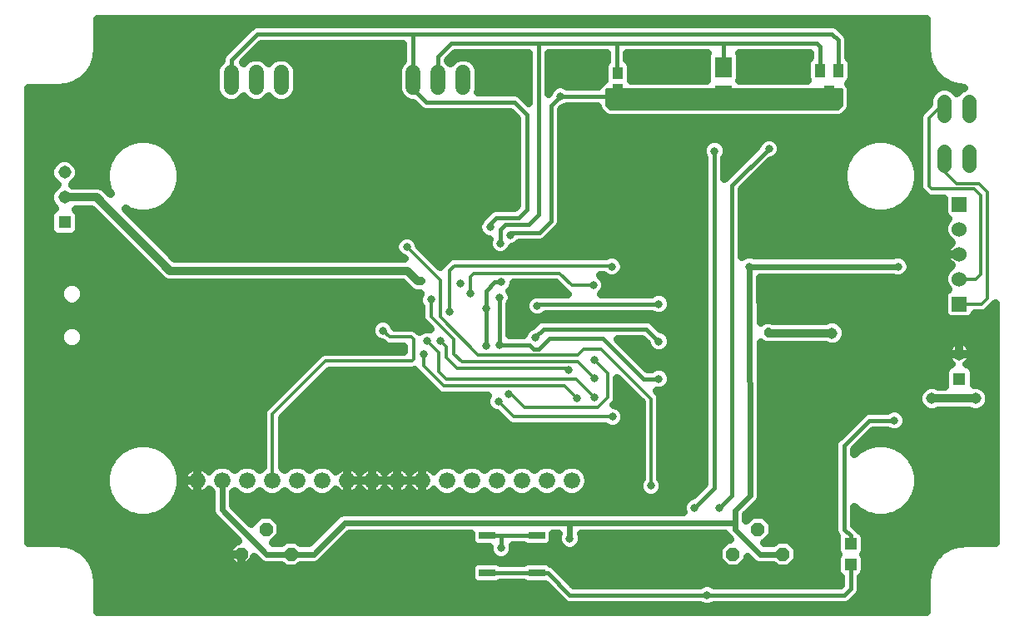
<source format=gbl>
G75*
G70*
%OFA0B0*%
%FSLAX24Y24*%
%IPPOS*%
%LPD*%
%AMOC8*
5,1,8,0,0,1.08239X$1,22.5*
%
%ADD10R,0.0600X0.0600*%
%ADD11C,0.0600*%
%ADD12R,0.0515X0.0515*%
%ADD13C,0.0515*%
%ADD14OC8,0.0520*%
%ADD15C,0.0660*%
%ADD16R,0.0394X0.0551*%
%ADD17R,0.0710X0.0800*%
%ADD18R,0.0433X0.0500*%
%ADD19R,0.0650X0.0300*%
%ADD20C,0.0560*%
%ADD21R,0.0472X0.0472*%
%ADD22C,0.0600*%
%ADD23C,0.0320*%
%ADD24C,0.0160*%
%ADD25C,0.0120*%
%ADD26C,0.0320*%
%ADD27C,0.0240*%
%ADD28C,0.0450*%
D10*
X043998Y016478D03*
X043998Y020478D03*
D11*
X043998Y019478D03*
X043998Y018478D03*
X043998Y017478D03*
D12*
X043998Y013478D03*
X008172Y019755D03*
D13*
X008172Y020755D03*
X008172Y021755D03*
X043998Y014478D03*
D14*
X035928Y007448D03*
X036928Y006448D03*
X034928Y006448D03*
X017243Y006448D03*
X016243Y007448D03*
X015243Y006448D03*
D15*
X015487Y009400D03*
X016487Y009400D03*
X017487Y009400D03*
X018487Y009400D03*
X019487Y009400D03*
X020487Y009400D03*
X021487Y009400D03*
X022487Y009400D03*
X023487Y009400D03*
X024487Y009400D03*
X025487Y009400D03*
X026487Y009400D03*
X027487Y009400D03*
X028487Y009400D03*
X014487Y009400D03*
X013487Y009400D03*
D16*
X038782Y024971D03*
X039156Y025837D03*
X038408Y025837D03*
D17*
X034550Y025964D03*
X034550Y024844D03*
D18*
X030317Y025070D03*
X030317Y025739D03*
D19*
X027085Y007198D03*
X025085Y007198D03*
X025085Y005698D03*
X027085Y005698D03*
D20*
X043400Y022030D02*
X043400Y022590D01*
X044400Y022590D02*
X044400Y022030D01*
X044400Y024030D02*
X044400Y024590D01*
X043400Y024590D02*
X043400Y024030D01*
D21*
X039649Y006861D03*
X039649Y006034D03*
D22*
X024132Y025163D02*
X024132Y025763D01*
X023132Y025763D02*
X023132Y025163D01*
X022132Y025163D02*
X022132Y025763D01*
X016849Y025763D02*
X016849Y025163D01*
X015849Y025163D02*
X015849Y025763D01*
X014849Y025763D02*
X014849Y025163D01*
D23*
X018400Y025310D03*
X022650Y022060D03*
X023900Y022060D03*
X023275Y020935D03*
X023887Y020041D03*
X024249Y020041D03*
X025212Y019553D03*
X025624Y018903D03*
X026012Y019241D03*
X028999Y019041D03*
X030087Y017978D03*
X029337Y017228D03*
X027712Y017003D03*
X027099Y016403D03*
X025587Y016728D03*
X025062Y016316D03*
X024412Y016891D03*
X024024Y017316D03*
X022837Y016654D03*
X022462Y017391D03*
X023587Y016166D03*
X023224Y015003D03*
X022699Y014991D03*
X022537Y014466D03*
X020924Y015416D03*
X019887Y015541D03*
X019387Y016541D03*
X019887Y017291D03*
X020775Y018560D03*
X021874Y018766D03*
X025662Y017353D03*
X027024Y015141D03*
X025587Y014828D03*
X025062Y014803D03*
X025962Y012853D03*
X025537Y012566D03*
X025199Y011703D03*
X024149Y011703D03*
X024124Y012603D03*
X028349Y013841D03*
X029387Y013491D03*
X029399Y014228D03*
X029387Y012729D03*
X028674Y012691D03*
X030112Y011953D03*
X031962Y013478D03*
X033124Y013191D03*
X033124Y012466D03*
X031962Y014978D03*
X029687Y015953D03*
X031962Y016478D03*
X035587Y017978D03*
X035624Y018954D03*
X035624Y019704D03*
X036900Y018810D03*
X038400Y018810D03*
X039400Y019810D03*
X039400Y020810D03*
X039400Y022310D03*
X036874Y021191D03*
X036374Y021704D03*
X036374Y022703D03*
X034199Y022616D03*
X030625Y021078D03*
X029624Y021079D03*
X028624Y021454D03*
X029400Y023310D03*
X028025Y024810D03*
X028400Y026310D03*
X025400Y026310D03*
X032400Y026310D03*
X036650Y026310D03*
X025999Y021579D03*
X036337Y015353D03*
X038525Y013310D03*
X039150Y013310D03*
X039775Y012185D03*
X040275Y012185D03*
X041400Y011810D03*
X036374Y008716D03*
X036874Y008203D03*
X037400Y007810D03*
X034400Y008310D03*
X033400Y008310D03*
X031650Y009185D03*
X031025Y009810D03*
X030400Y007185D03*
X028400Y007060D03*
X025650Y006685D03*
X025650Y006185D03*
X025400Y005060D03*
X026150Y005060D03*
X026900Y005060D03*
X029400Y005310D03*
X030400Y005310D03*
X032900Y005310D03*
X033900Y004810D03*
X018437Y011941D03*
X018449Y013029D03*
X010775Y015435D03*
X010525Y014935D03*
X012900Y018810D03*
X012900Y022560D03*
X041555Y017978D03*
X042650Y015310D03*
X043150Y015310D03*
D24*
X041400Y011810D02*
X040400Y011810D01*
X039400Y010810D01*
X039400Y007435D01*
X039650Y007185D01*
X039650Y006862D01*
X039649Y006861D01*
X039649Y006034D02*
X039649Y005059D01*
X039400Y004810D01*
X033900Y004810D01*
X028400Y004810D01*
X027512Y005698D01*
X027085Y005698D01*
X025085Y005698D01*
X025650Y006685D02*
X025650Y007198D01*
X027085Y007198D01*
X025650Y007198D02*
X025085Y007198D01*
X033400Y008310D02*
X034199Y009109D01*
X034199Y022616D01*
X034900Y021229D02*
X036374Y022703D01*
X034900Y021229D02*
X034900Y008810D01*
X034400Y008310D01*
X031962Y013478D02*
X031337Y013478D01*
X029712Y015103D01*
X027574Y015103D01*
X027137Y014666D01*
X026962Y014666D01*
X026799Y014828D01*
X025587Y014828D01*
X025587Y016728D01*
X025062Y017016D02*
X025062Y016316D01*
X025062Y014803D01*
X027024Y015166D02*
X027337Y015478D01*
X031462Y015478D01*
X031962Y014978D01*
X031962Y016478D02*
X027174Y016478D01*
X027099Y016403D01*
X025662Y017353D02*
X025399Y017353D01*
X025062Y017016D01*
X025624Y018903D02*
X025624Y019154D01*
X025624Y019466D01*
X025812Y019653D01*
X026744Y019653D01*
X027150Y020060D01*
X027150Y026935D01*
X030275Y026935D01*
X034525Y026935D01*
X034550Y026910D01*
X034550Y025964D01*
X034525Y026935D02*
X038275Y026935D01*
X038408Y026802D01*
X038408Y025837D01*
X039156Y025837D02*
X039156Y027054D01*
X038900Y027310D01*
X022120Y027310D01*
X022120Y025475D01*
X022132Y025463D01*
X022132Y025101D01*
X022120Y025089D01*
X022650Y024560D01*
X026174Y024560D01*
X026674Y024060D01*
X026674Y020253D01*
X026362Y019941D01*
X025449Y019941D01*
X025212Y019703D01*
X025212Y019553D01*
X026012Y019241D02*
X026099Y019328D01*
X027187Y019328D01*
X027187Y019347D01*
X027650Y019810D01*
X027650Y024435D01*
X028025Y024810D01*
X030275Y024810D01*
X030275Y025027D01*
X030317Y025070D01*
X030317Y025739D02*
X030317Y025767D01*
X030275Y025810D01*
X030275Y026935D01*
X030275Y025810D02*
X030275Y025781D01*
X030317Y025739D01*
X027150Y026935D02*
X023650Y026935D01*
X023120Y026405D01*
X023120Y025475D01*
X023132Y025463D01*
X022120Y027310D02*
X015900Y027310D01*
X014849Y026259D01*
X014849Y025463D01*
D25*
X021874Y018766D02*
X023212Y017429D01*
X023212Y015953D01*
X024724Y014441D01*
X028724Y014441D01*
X028949Y014666D01*
X029662Y014666D01*
X031650Y012678D01*
X031650Y009185D01*
X030112Y011953D02*
X026149Y011953D01*
X025537Y012566D01*
X025962Y012853D02*
X026049Y012853D01*
X026574Y012328D01*
X029512Y012328D01*
X029912Y012728D01*
X029912Y013716D01*
X029399Y014228D01*
X028724Y014153D02*
X029387Y013491D01*
X028649Y013466D02*
X029387Y012729D01*
X028674Y012691D02*
X028174Y013191D01*
X023337Y013191D01*
X022537Y013991D01*
X022537Y014466D01*
X022137Y014253D02*
X022074Y014191D01*
X018612Y014191D01*
X016487Y012066D01*
X016487Y009400D01*
X023149Y013778D02*
X023149Y014541D01*
X022699Y014991D01*
X023224Y015003D02*
X023462Y014766D01*
X023462Y014328D01*
X023887Y013903D01*
X028237Y013903D01*
X028349Y013841D01*
X028649Y013466D02*
X023462Y013466D01*
X023149Y013778D01*
X023749Y014478D02*
X023749Y015066D01*
X022837Y015978D01*
X022837Y016654D01*
X023587Y016166D02*
X023587Y017828D01*
X023774Y018016D01*
X030049Y018016D01*
X030087Y017978D01*
X029337Y017228D02*
X028474Y017228D01*
X027999Y017703D01*
X024537Y017703D01*
X024412Y017578D01*
X024412Y016891D01*
X023599Y016178D02*
X023587Y016166D01*
X022137Y015066D02*
X022137Y014253D01*
X022137Y015066D02*
X022049Y015153D01*
X021187Y015153D01*
X020924Y015416D01*
X020924Y015416D01*
X023749Y014478D02*
X024074Y014153D01*
X028724Y014153D01*
X027024Y015141D02*
X027024Y015166D01*
X030025Y024310D02*
X029900Y024435D01*
X029900Y025060D01*
X039275Y025060D01*
X039275Y024435D01*
X039150Y024310D01*
X030025Y024310D01*
X030017Y024318D02*
X039158Y024318D01*
X039275Y024436D02*
X029900Y024436D01*
X029900Y024555D02*
X039275Y024555D01*
X039275Y024673D02*
X029900Y024673D01*
X029900Y024792D02*
X039275Y024792D01*
X039275Y024910D02*
X029900Y024910D01*
X029900Y025029D02*
X039275Y025029D01*
X042775Y023935D02*
X042775Y021216D01*
X042900Y021091D01*
X044587Y021091D01*
X044837Y020841D01*
X044837Y017678D01*
X044637Y017478D01*
X043998Y017478D01*
X044899Y016478D02*
X045124Y016703D01*
X045124Y020953D01*
X044768Y021310D01*
X043900Y021310D01*
X043400Y021810D01*
X043400Y022310D01*
X042775Y023935D02*
X043150Y024310D01*
X043400Y024310D01*
X043998Y016478D02*
X044899Y016478D01*
D26*
X009476Y005333D02*
X009476Y004130D01*
X042694Y004130D01*
X042694Y005333D01*
X042690Y005344D01*
X042694Y005396D01*
X042694Y005448D01*
X042699Y005459D01*
X042704Y005535D01*
X042700Y005558D01*
X042709Y005598D01*
X042712Y005639D01*
X042722Y005660D01*
X042741Y005746D01*
X042740Y005770D01*
X042754Y005808D01*
X042763Y005848D01*
X042776Y005867D01*
X042807Y005949D01*
X042810Y005973D01*
X042829Y006009D01*
X042843Y006047D01*
X042859Y006064D01*
X042902Y006141D01*
X042907Y006164D01*
X042932Y006196D01*
X042951Y006232D01*
X042970Y006247D01*
X043022Y006318D01*
X043031Y006339D01*
X043060Y006368D01*
X043085Y006401D01*
X043105Y006413D01*
X043167Y006475D01*
X043179Y006495D01*
X043212Y006520D01*
X043241Y006548D01*
X043262Y006557D01*
X043333Y006610D01*
X043348Y006629D01*
X043383Y006648D01*
X043416Y006672D01*
X043439Y006678D01*
X043516Y006721D01*
X043533Y006736D01*
X043571Y006751D01*
X043607Y006770D01*
X043631Y006773D01*
X043713Y006804D01*
X043732Y006817D01*
X043772Y006826D01*
X043810Y006840D01*
X043834Y006839D01*
X043920Y006858D01*
X043941Y006868D01*
X043981Y006871D01*
X044021Y006880D01*
X044044Y006876D01*
X044121Y006881D01*
X044132Y006886D01*
X044184Y006886D01*
X044236Y006889D01*
X044247Y006886D01*
X045450Y006886D01*
X045450Y016497D01*
X045446Y016488D01*
X045221Y016263D01*
X045114Y016156D01*
X044975Y016098D01*
X044612Y016098D01*
X044570Y015997D01*
X044480Y015907D01*
X044362Y015858D01*
X043635Y015858D01*
X043517Y015907D01*
X043427Y015997D01*
X043378Y016115D01*
X043378Y016842D01*
X043427Y016960D01*
X043517Y017050D01*
X043541Y017059D01*
X043473Y017127D01*
X043378Y017355D01*
X043378Y017602D01*
X043473Y017830D01*
X043647Y018004D01*
X043680Y018018D01*
X043634Y018051D01*
X043571Y018114D01*
X043519Y018185D01*
X043479Y018263D01*
X043452Y018347D01*
X043438Y018434D01*
X043438Y018478D01*
X043998Y018478D01*
X043998Y018479D01*
X043438Y018479D01*
X043438Y018523D01*
X043452Y018610D01*
X043479Y018693D01*
X043519Y018772D01*
X043571Y018843D01*
X043634Y018906D01*
X043680Y018939D01*
X043647Y018953D01*
X043473Y019127D01*
X043378Y019355D01*
X043378Y019602D01*
X043473Y019830D01*
X043541Y019897D01*
X043517Y019907D01*
X043427Y019997D01*
X043378Y020115D01*
X043378Y020711D01*
X042976Y020711D01*
X042824Y020711D01*
X042685Y020769D01*
X042453Y021001D01*
X042395Y021140D01*
X042395Y021292D01*
X042395Y024010D01*
X042453Y024150D01*
X042560Y024257D01*
X042800Y024497D01*
X042800Y024709D01*
X042891Y024930D01*
X043060Y025098D01*
X043281Y025190D01*
X043519Y025190D01*
X043740Y025098D01*
X043900Y024938D01*
X044060Y025098D01*
X044169Y025143D01*
X044132Y025143D01*
X044121Y025148D01*
X044044Y025153D01*
X044021Y025149D01*
X043981Y025158D01*
X043941Y025161D01*
X043920Y025171D01*
X043834Y025190D01*
X043810Y025189D01*
X043772Y025203D01*
X043732Y025212D01*
X043713Y025225D01*
X043631Y025256D01*
X043607Y025259D01*
X043571Y025278D01*
X043533Y025292D01*
X043516Y025308D01*
X043439Y025351D01*
X043416Y025356D01*
X043383Y025381D01*
X043348Y025400D01*
X043333Y025419D01*
X043262Y025472D01*
X043241Y025481D01*
X043212Y025509D01*
X043179Y025534D01*
X043167Y025554D01*
X043105Y025616D01*
X043085Y025628D01*
X043060Y025661D01*
X043031Y025690D01*
X043022Y025711D01*
X042970Y025782D01*
X042951Y025797D01*
X042932Y025833D01*
X042907Y025865D01*
X042902Y025888D01*
X042859Y025965D01*
X042843Y025982D01*
X042829Y026020D01*
X042810Y026056D01*
X042807Y026080D01*
X042776Y026162D01*
X042763Y026181D01*
X042754Y026221D01*
X042740Y026259D01*
X042741Y026283D01*
X042722Y026369D01*
X042712Y026390D01*
X042709Y026431D01*
X042700Y026470D01*
X042704Y026494D01*
X042699Y026570D01*
X042694Y026581D01*
X042694Y026633D01*
X042690Y026685D01*
X042694Y026696D01*
X042694Y027899D01*
X009476Y027899D01*
X009476Y026696D01*
X009480Y026685D01*
X009476Y026633D01*
X009476Y026581D01*
X009471Y026570D01*
X009466Y026494D01*
X009470Y026470D01*
X009461Y026431D01*
X009459Y026390D01*
X009448Y026369D01*
X009429Y026283D01*
X009430Y026259D01*
X009416Y026221D01*
X009407Y026181D01*
X009394Y026162D01*
X009363Y026080D01*
X009361Y026056D01*
X009341Y026020D01*
X009327Y025982D01*
X009311Y025965D01*
X009268Y025888D01*
X009263Y025865D01*
X009238Y025833D01*
X009219Y025797D01*
X009200Y025782D01*
X009148Y025711D01*
X009139Y025690D01*
X009110Y025661D01*
X009085Y025628D01*
X009065Y025616D01*
X009003Y025554D01*
X008991Y025534D01*
X008958Y025509D01*
X008930Y025481D01*
X008908Y025472D01*
X008837Y025419D01*
X008823Y025400D01*
X008787Y025381D01*
X008754Y025356D01*
X008731Y025351D01*
X008654Y025308D01*
X008637Y025292D01*
X008599Y025278D01*
X008563Y025259D01*
X008539Y025256D01*
X008457Y025225D01*
X008438Y025212D01*
X008398Y025203D01*
X008360Y025189D01*
X008336Y025190D01*
X008250Y025171D01*
X008229Y025161D01*
X008189Y025158D01*
X008149Y025149D01*
X008126Y025153D01*
X008049Y025148D01*
X008038Y025143D01*
X007986Y025143D01*
X007934Y025140D01*
X007923Y025143D01*
X006720Y025143D01*
X006720Y006886D01*
X007923Y006886D01*
X007934Y006889D01*
X007986Y006886D01*
X008038Y006886D01*
X008049Y006881D01*
X008126Y006876D01*
X008149Y006880D01*
X008189Y006871D01*
X008229Y006868D01*
X008250Y006858D01*
X008336Y006839D01*
X008360Y006840D01*
X008398Y006826D01*
X008438Y006817D01*
X008457Y006804D01*
X008539Y006773D01*
X008563Y006770D01*
X008599Y006751D01*
X008637Y006736D01*
X008654Y006721D01*
X008731Y006678D01*
X008754Y006672D01*
X008787Y006648D01*
X008823Y006629D01*
X008837Y006610D01*
X008908Y006557D01*
X008930Y006548D01*
X008958Y006520D01*
X008991Y006495D01*
X009003Y006475D01*
X009065Y006413D01*
X009085Y006401D01*
X009110Y006368D01*
X009139Y006339D01*
X009148Y006318D01*
X009200Y006247D01*
X009219Y006232D01*
X009238Y006196D01*
X009263Y006164D01*
X009268Y006141D01*
X009311Y006064D01*
X009327Y006047D01*
X009341Y006009D01*
X009361Y005973D01*
X009363Y005949D01*
X009394Y005867D01*
X009407Y005848D01*
X009416Y005807D01*
X009430Y005770D01*
X009429Y005746D01*
X009448Y005660D01*
X009459Y005639D01*
X009461Y005598D01*
X009470Y005558D01*
X009466Y005535D01*
X009471Y005459D01*
X009476Y005448D01*
X009476Y005396D01*
X009480Y005344D01*
X009476Y005333D01*
X009476Y005402D02*
X024474Y005402D01*
X024489Y005366D02*
X024440Y005484D01*
X024440Y005911D01*
X024489Y006029D01*
X024579Y006119D01*
X024696Y006168D01*
X025474Y006168D01*
X025591Y006119D01*
X025613Y006098D01*
X026557Y006098D01*
X026579Y006119D01*
X026696Y006168D01*
X027474Y006168D01*
X027591Y006119D01*
X027627Y006083D01*
X027739Y006037D01*
X028566Y005210D01*
X033621Y005210D01*
X033628Y005217D01*
X033804Y005290D01*
X033995Y005290D01*
X034172Y005217D01*
X034179Y005210D01*
X039234Y005210D01*
X039249Y005225D01*
X039249Y005519D01*
X039232Y005527D01*
X039142Y005617D01*
X039093Y005734D01*
X039093Y006334D01*
X039140Y006448D01*
X039093Y006561D01*
X039093Y007161D01*
X039098Y007171D01*
X039061Y007208D01*
X039000Y007355D01*
X039000Y007514D01*
X039000Y010889D01*
X039061Y011036D01*
X039173Y011149D01*
X040173Y012149D01*
X040320Y012210D01*
X040480Y012210D01*
X041121Y012210D01*
X041128Y012217D01*
X041304Y012290D01*
X041495Y012290D01*
X041672Y012217D01*
X041807Y012082D01*
X041880Y011905D01*
X041880Y011714D01*
X041807Y011538D01*
X041672Y011403D01*
X041495Y011330D01*
X041304Y011330D01*
X041128Y011403D01*
X041121Y011410D01*
X040566Y011410D01*
X039800Y010644D01*
X039800Y010474D01*
X039927Y010601D01*
X040269Y010799D01*
X040651Y010901D01*
X041046Y010901D01*
X041428Y010799D01*
X041771Y010601D01*
X042050Y010322D01*
X042248Y009980D01*
X042350Y009598D01*
X042350Y009203D01*
X042248Y008821D01*
X042050Y008479D01*
X041771Y008199D01*
X041428Y008001D01*
X041046Y007899D01*
X040651Y007899D01*
X040269Y008001D01*
X039927Y008199D01*
X039800Y008326D01*
X039800Y007600D01*
X039877Y007524D01*
X039989Y007411D01*
X039994Y007398D01*
X040067Y007368D01*
X040157Y007278D01*
X040206Y007161D01*
X040206Y006561D01*
X040159Y006448D01*
X040206Y006334D01*
X040206Y005734D01*
X040157Y005617D01*
X040067Y005527D01*
X040049Y005519D01*
X040049Y005139D01*
X040049Y004980D01*
X039988Y004833D01*
X039739Y004583D01*
X039627Y004471D01*
X039480Y004410D01*
X034179Y004410D01*
X034172Y004403D01*
X033995Y004330D01*
X033804Y004330D01*
X033628Y004403D01*
X033621Y004410D01*
X028480Y004410D01*
X028320Y004410D01*
X028173Y004471D01*
X027416Y005228D01*
X026696Y005228D01*
X026579Y005276D01*
X026557Y005298D01*
X025613Y005298D01*
X025591Y005276D01*
X025474Y005228D01*
X024696Y005228D01*
X024579Y005276D01*
X024489Y005366D01*
X024440Y005721D02*
X009435Y005721D01*
X009329Y006040D02*
X014915Y006040D01*
X015027Y005928D02*
X015242Y005928D01*
X015242Y006447D01*
X015243Y006447D01*
X015243Y005928D01*
X015458Y005928D01*
X015762Y006232D01*
X015762Y006325D01*
X016013Y006075D01*
X016175Y006008D01*
X016350Y006008D01*
X016862Y006008D01*
X017002Y005868D01*
X017483Y005868D01*
X017623Y006008D01*
X018057Y006008D01*
X018232Y006008D01*
X018393Y006075D01*
X019582Y007263D01*
X024440Y007263D01*
X024440Y006984D01*
X024489Y006866D01*
X024579Y006776D01*
X024696Y006728D01*
X025170Y006728D01*
X025170Y006589D01*
X025243Y006413D01*
X025378Y006278D01*
X025554Y006205D01*
X025745Y006205D01*
X025922Y006278D01*
X026057Y006413D01*
X026130Y006589D01*
X026130Y006780D01*
X026123Y006798D01*
X026557Y006798D01*
X026579Y006776D01*
X026696Y006728D01*
X027474Y006728D01*
X027591Y006776D01*
X027681Y006866D01*
X027730Y006984D01*
X027730Y007263D01*
X027960Y007263D01*
X027960Y007252D01*
X027920Y007155D01*
X027920Y006964D01*
X027993Y006788D01*
X028128Y006653D01*
X028304Y006580D01*
X028495Y006580D01*
X028672Y006653D01*
X028807Y006788D01*
X028880Y006964D01*
X028880Y007155D01*
X028840Y007252D01*
X028840Y007263D01*
X034620Y007263D01*
X034652Y007186D01*
X034776Y007062D01*
X034810Y007028D01*
X034687Y007028D01*
X034348Y006688D01*
X034348Y006207D01*
X034687Y005868D01*
X035168Y005868D01*
X035508Y006207D01*
X035508Y006330D01*
X035763Y006075D01*
X035925Y006008D01*
X036100Y006008D01*
X036547Y006008D01*
X036687Y005868D01*
X037168Y005868D01*
X037508Y006207D01*
X037508Y006688D01*
X037168Y007028D01*
X036687Y007028D01*
X036547Y006888D01*
X036194Y006888D01*
X036191Y006891D01*
X036508Y007207D01*
X036508Y007688D01*
X036168Y008028D01*
X035687Y008028D01*
X035466Y007806D01*
X035466Y008021D01*
X035872Y008428D01*
X035873Y008428D01*
X035934Y008489D01*
X035996Y008551D01*
X035996Y008552D01*
X035997Y008552D01*
X036029Y008633D01*
X036063Y008713D01*
X036063Y008714D01*
X036063Y008807D01*
X036063Y008888D01*
X036062Y008888D01*
X036039Y014929D01*
X036065Y014903D01*
X036241Y014830D01*
X036432Y014830D01*
X038635Y014830D01*
X038792Y014765D01*
X039008Y014765D01*
X039209Y014848D01*
X039362Y015001D01*
X039445Y015201D01*
X039445Y015418D01*
X039362Y015618D01*
X039209Y015772D01*
X039008Y015855D01*
X038792Y015855D01*
X038635Y015790D01*
X036538Y015790D01*
X036432Y015833D01*
X036241Y015833D01*
X036065Y015760D01*
X036036Y015731D01*
X036029Y017538D01*
X041363Y017538D01*
X041460Y017498D01*
X041651Y017498D01*
X041827Y017572D01*
X041962Y017707D01*
X042035Y017883D01*
X042035Y018074D01*
X041962Y018250D01*
X041827Y018385D01*
X041651Y018458D01*
X041460Y018458D01*
X041363Y018418D01*
X035779Y018418D01*
X035682Y018458D01*
X035491Y018458D01*
X035315Y018385D01*
X035300Y018370D01*
X035300Y021063D01*
X036460Y022223D01*
X036470Y022223D01*
X036646Y022297D01*
X036781Y022432D01*
X036854Y022608D01*
X036854Y022799D01*
X036781Y022975D01*
X036646Y023110D01*
X036470Y023183D01*
X036279Y023183D01*
X036102Y023110D01*
X035967Y022975D01*
X035894Y022799D01*
X035894Y022789D01*
X034599Y021494D01*
X034599Y022337D01*
X034606Y022344D01*
X034679Y022520D01*
X034679Y022711D01*
X034606Y022888D01*
X034471Y023023D01*
X034295Y023096D01*
X034104Y023096D01*
X033927Y023023D01*
X033792Y022888D01*
X033719Y022711D01*
X033719Y022520D01*
X033792Y022344D01*
X033799Y022337D01*
X033799Y009275D01*
X033314Y008790D01*
X033304Y008790D01*
X033128Y008717D01*
X032993Y008582D01*
X032920Y008405D01*
X032920Y008214D01*
X032949Y008143D01*
X028312Y008143D01*
X019312Y008143D01*
X019151Y008076D01*
X019027Y007953D01*
X019027Y007953D01*
X017962Y006888D01*
X017623Y006888D01*
X017483Y007028D01*
X017002Y007028D01*
X016862Y006888D01*
X016503Y006888D01*
X016822Y007207D01*
X016822Y007688D01*
X016483Y008028D01*
X016002Y008028D01*
X015663Y007688D01*
X015663Y007669D01*
X014927Y008405D01*
X014927Y008921D01*
X014987Y008981D01*
X015118Y008849D01*
X015357Y008750D01*
X015616Y008750D01*
X015855Y008849D01*
X015987Y008981D01*
X016118Y008849D01*
X016357Y008750D01*
X016616Y008750D01*
X016855Y008849D01*
X016987Y008981D01*
X017118Y008849D01*
X017357Y008750D01*
X017616Y008750D01*
X017855Y008849D01*
X017987Y008981D01*
X018118Y008849D01*
X018357Y008750D01*
X018616Y008750D01*
X018855Y008849D01*
X019030Y009025D01*
X019037Y009016D01*
X019102Y008950D01*
X019177Y008896D01*
X019260Y008854D01*
X019348Y008825D01*
X019440Y008810D01*
X019486Y008810D01*
X019486Y009400D01*
X019487Y009400D01*
X019487Y009400D01*
X019897Y009400D01*
X020486Y009400D01*
X020486Y009400D01*
X020487Y009400D01*
X020487Y009400D01*
X020897Y009400D01*
X021486Y009400D01*
X021486Y009400D01*
X021487Y009400D01*
X021487Y009400D01*
X021897Y009400D01*
X022486Y009400D01*
X022486Y009400D01*
X022487Y009400D01*
X022487Y008810D01*
X022533Y008810D01*
X022625Y008825D01*
X022713Y008854D01*
X022796Y008896D01*
X022871Y008950D01*
X022937Y009016D01*
X022943Y009025D01*
X023118Y008849D01*
X023357Y008750D01*
X023616Y008750D01*
X023855Y008849D01*
X023987Y008981D01*
X024118Y008849D01*
X024357Y008750D01*
X024616Y008750D01*
X024855Y008849D01*
X024987Y008981D01*
X025118Y008849D01*
X025357Y008750D01*
X025616Y008750D01*
X025855Y008849D01*
X025987Y008981D01*
X026118Y008849D01*
X026357Y008750D01*
X026616Y008750D01*
X026855Y008849D01*
X026987Y008981D01*
X027118Y008849D01*
X027357Y008750D01*
X027616Y008750D01*
X027855Y008849D01*
X027987Y008981D01*
X028118Y008849D01*
X028357Y008750D01*
X028616Y008750D01*
X028855Y008849D01*
X029038Y009032D01*
X029137Y009271D01*
X029137Y009530D01*
X029038Y009769D01*
X028855Y009951D01*
X028616Y010050D01*
X028357Y010050D01*
X028118Y009951D01*
X027987Y009820D01*
X027855Y009951D01*
X027616Y010050D01*
X027357Y010050D01*
X027118Y009951D01*
X026987Y009820D01*
X026855Y009951D01*
X026616Y010050D01*
X026357Y010050D01*
X026118Y009951D01*
X025987Y009820D01*
X025855Y009951D01*
X025616Y010050D01*
X025357Y010050D01*
X025118Y009951D01*
X024987Y009820D01*
X024855Y009951D01*
X024616Y010050D01*
X024357Y010050D01*
X024118Y009951D01*
X023987Y009820D01*
X023855Y009951D01*
X023616Y010050D01*
X023357Y010050D01*
X023118Y009951D01*
X022943Y009776D01*
X022937Y009785D01*
X022871Y009850D01*
X022796Y009905D01*
X022713Y009947D01*
X022625Y009976D01*
X022533Y009990D01*
X022487Y009990D01*
X022487Y009401D01*
X022486Y009401D01*
X022486Y009990D01*
X022440Y009990D01*
X022348Y009976D01*
X022260Y009947D01*
X022177Y009905D01*
X022102Y009850D01*
X022037Y009785D01*
X021987Y009716D01*
X021937Y009785D01*
X021871Y009850D01*
X021796Y009905D01*
X021713Y009947D01*
X021625Y009976D01*
X021533Y009990D01*
X021487Y009990D01*
X021487Y009401D01*
X021486Y009401D01*
X021486Y009990D01*
X021440Y009990D01*
X021348Y009976D01*
X021260Y009947D01*
X021177Y009905D01*
X021102Y009850D01*
X021037Y009785D01*
X020987Y009716D01*
X020937Y009785D01*
X020871Y009850D01*
X020796Y009905D01*
X020713Y009947D01*
X020625Y009976D01*
X020533Y009990D01*
X020487Y009990D01*
X020487Y009401D01*
X020486Y009401D01*
X020486Y009990D01*
X020440Y009990D01*
X020348Y009976D01*
X020260Y009947D01*
X020177Y009905D01*
X020102Y009850D01*
X020037Y009785D01*
X019987Y009716D01*
X019937Y009785D01*
X019871Y009850D01*
X019796Y009905D01*
X019713Y009947D01*
X019625Y009976D01*
X019533Y009990D01*
X019487Y009990D01*
X019487Y009401D01*
X019486Y009401D01*
X019486Y009990D01*
X019440Y009990D01*
X019348Y009976D01*
X019260Y009947D01*
X019177Y009905D01*
X019102Y009850D01*
X019037Y009785D01*
X019030Y009776D01*
X018855Y009951D01*
X018616Y010050D01*
X018357Y010050D01*
X018118Y009951D01*
X017987Y009820D01*
X017855Y009951D01*
X017616Y010050D01*
X017357Y010050D01*
X017118Y009951D01*
X016987Y009820D01*
X016867Y009940D01*
X016867Y011908D01*
X018769Y013811D01*
X022150Y013811D01*
X022193Y013829D01*
X022215Y013776D01*
X022322Y013669D01*
X023122Y012869D01*
X023261Y012811D01*
X023412Y012811D01*
X025119Y012811D01*
X025057Y012661D01*
X025057Y012470D01*
X025130Y012294D01*
X025265Y012159D01*
X025441Y012086D01*
X025479Y012086D01*
X025827Y011738D01*
X025934Y011631D01*
X026074Y011573D01*
X029813Y011573D01*
X029840Y011547D01*
X030016Y011473D01*
X030207Y011473D01*
X030384Y011547D01*
X030519Y011682D01*
X030592Y011858D01*
X030592Y012049D01*
X030519Y012225D01*
X030384Y012360D01*
X030207Y012433D01*
X030154Y012433D01*
X030234Y012513D01*
X030292Y012653D01*
X030292Y013499D01*
X031270Y012520D01*
X031270Y009484D01*
X031243Y009457D01*
X031170Y009280D01*
X031170Y009089D01*
X031243Y008913D01*
X031378Y008778D01*
X031554Y008705D01*
X031745Y008705D01*
X031922Y008778D01*
X032057Y008913D01*
X032130Y009089D01*
X032130Y009280D01*
X032057Y009457D01*
X032030Y009484D01*
X032030Y012602D01*
X032030Y012753D01*
X031972Y012893D01*
X031867Y012998D01*
X032057Y012998D01*
X032234Y013072D01*
X032369Y013207D01*
X032442Y013383D01*
X032442Y013574D01*
X032369Y013750D01*
X032234Y013885D01*
X032057Y013958D01*
X031866Y013958D01*
X031690Y013885D01*
X031683Y013878D01*
X031503Y013878D01*
X030303Y015078D01*
X031296Y015078D01*
X031482Y014893D01*
X031482Y014883D01*
X031555Y014707D01*
X031690Y014572D01*
X031866Y014498D01*
X032057Y014498D01*
X032234Y014572D01*
X032369Y014707D01*
X032442Y014883D01*
X032442Y015074D01*
X032369Y015250D01*
X032234Y015385D01*
X032057Y015458D01*
X032048Y015458D01*
X031688Y015818D01*
X031541Y015878D01*
X031382Y015878D01*
X027257Y015878D01*
X027110Y015818D01*
X026998Y015705D01*
X026903Y015610D01*
X026752Y015548D01*
X026617Y015413D01*
X026544Y015236D01*
X026544Y015228D01*
X025987Y015228D01*
X025987Y016450D01*
X025994Y016457D01*
X026067Y016633D01*
X026067Y016824D01*
X025994Y017000D01*
X025991Y017003D01*
X026069Y017082D01*
X026142Y017258D01*
X026142Y017323D01*
X027842Y017323D01*
X028259Y016906D01*
X028326Y016878D01*
X027254Y016878D01*
X027207Y016878D01*
X027195Y016883D01*
X027004Y016883D01*
X026827Y016810D01*
X026692Y016675D01*
X026619Y016499D01*
X026619Y016308D01*
X026692Y016132D01*
X026827Y015997D01*
X027004Y015923D01*
X027195Y015923D01*
X027371Y015997D01*
X027453Y016078D01*
X031683Y016078D01*
X031690Y016072D01*
X031866Y015998D01*
X032057Y015998D01*
X032234Y016072D01*
X032369Y016207D01*
X032442Y016383D01*
X032442Y016574D01*
X032369Y016750D01*
X032234Y016885D01*
X032057Y016958D01*
X031866Y016958D01*
X031690Y016885D01*
X031683Y016878D01*
X029666Y016878D01*
X029744Y016957D01*
X029817Y017133D01*
X029817Y017324D01*
X029744Y017500D01*
X029609Y017635D01*
X029607Y017636D01*
X029751Y017636D01*
X029815Y017572D01*
X029991Y017498D01*
X030182Y017498D01*
X030359Y017572D01*
X030494Y017707D01*
X030567Y017883D01*
X030567Y018074D01*
X030494Y018250D01*
X030359Y018385D01*
X030182Y018458D01*
X029991Y018458D01*
X029841Y018396D01*
X023699Y018396D01*
X023559Y018338D01*
X023452Y018231D01*
X023372Y018151D01*
X023372Y018151D01*
X023265Y018044D01*
X023226Y017951D01*
X022354Y018823D01*
X022354Y018861D01*
X022281Y019038D01*
X022146Y019173D01*
X021970Y019246D01*
X021779Y019246D01*
X021602Y019173D01*
X021467Y019038D01*
X021394Y018861D01*
X021394Y018670D01*
X021467Y018494D01*
X021602Y018359D01*
X021770Y018290D01*
X012599Y018290D01*
X010601Y020288D01*
X010742Y020206D01*
X011124Y020104D01*
X011519Y020104D01*
X011901Y020206D01*
X012243Y020404D01*
X012522Y020683D01*
X012720Y021026D01*
X012822Y021407D01*
X012822Y021803D01*
X012720Y022184D01*
X012522Y022527D01*
X012243Y022806D01*
X011901Y023004D01*
X011519Y023106D01*
X011124Y023106D01*
X010742Y023004D01*
X010400Y022806D01*
X010120Y022527D01*
X009922Y022184D01*
X009820Y021803D01*
X009820Y021407D01*
X009922Y021026D01*
X010004Y020885D01*
X009727Y021162D01*
X009551Y021235D01*
X009360Y021235D01*
X008508Y021235D01*
X008499Y021244D01*
X008473Y021255D01*
X008499Y021265D01*
X008661Y021428D01*
X008749Y021640D01*
X008749Y021869D01*
X008661Y022082D01*
X008499Y022244D01*
X008286Y022332D01*
X008057Y022332D01*
X007845Y022244D01*
X007682Y022082D01*
X007594Y021869D01*
X007594Y021640D01*
X007682Y021428D01*
X007845Y021265D01*
X007870Y021255D01*
X007845Y021244D01*
X007682Y021082D01*
X007594Y020869D01*
X007594Y020640D01*
X007682Y020428D01*
X007799Y020311D01*
X007733Y020283D01*
X007643Y020193D01*
X007594Y020076D01*
X007594Y019433D01*
X007643Y019316D01*
X007733Y019226D01*
X007850Y019177D01*
X008493Y019177D01*
X008610Y019226D01*
X008700Y019316D01*
X008749Y019433D01*
X008749Y020076D01*
X008700Y020193D01*
X008619Y020275D01*
X009256Y020275D01*
X012128Y017403D01*
X012304Y017330D01*
X012495Y017330D01*
X021701Y017330D01*
X022047Y016984D01*
X022223Y016911D01*
X022366Y016911D01*
X022424Y016911D01*
X022357Y016749D01*
X022357Y016558D01*
X022430Y016382D01*
X022457Y016355D01*
X022457Y015903D01*
X022515Y015763D01*
X022622Y015656D01*
X022816Y015462D01*
X022795Y015471D01*
X022604Y015471D01*
X022427Y015398D01*
X022385Y015355D01*
X022352Y015388D01*
X022265Y015476D01*
X022125Y015533D01*
X021974Y015533D01*
X021395Y015533D01*
X021331Y015688D01*
X021196Y015823D01*
X021020Y015896D01*
X020829Y015896D01*
X020652Y015823D01*
X020517Y015688D01*
X020444Y015511D01*
X020444Y015320D01*
X020517Y015144D01*
X020652Y015009D01*
X020829Y014936D01*
X020867Y014936D01*
X020972Y014831D01*
X021111Y014773D01*
X021757Y014773D01*
X021757Y014571D01*
X018688Y014571D01*
X018536Y014571D01*
X018397Y014513D01*
X016164Y012281D01*
X016107Y012141D01*
X016107Y011990D01*
X016107Y009940D01*
X015987Y009820D01*
X015855Y009951D01*
X015616Y010050D01*
X015357Y010050D01*
X015118Y009951D01*
X014987Y009820D01*
X014855Y009951D01*
X014616Y010050D01*
X014357Y010050D01*
X014118Y009951D01*
X013943Y009776D01*
X013937Y009785D01*
X013871Y009850D01*
X013796Y009905D01*
X013713Y009947D01*
X013625Y009976D01*
X013533Y009990D01*
X013487Y009990D01*
X013487Y009401D01*
X013486Y009401D01*
X013486Y009990D01*
X013440Y009990D01*
X013348Y009976D01*
X013260Y009947D01*
X013177Y009905D01*
X013102Y009850D01*
X013037Y009785D01*
X012982Y009710D01*
X012940Y009627D01*
X012911Y009538D01*
X012897Y009447D01*
X012897Y009400D01*
X012897Y009354D01*
X012911Y009262D01*
X012940Y009174D01*
X012982Y009091D01*
X013037Y009016D01*
X013102Y008950D01*
X013177Y008896D01*
X013260Y008854D01*
X013348Y008825D01*
X013440Y008810D01*
X013486Y008810D01*
X013486Y009400D01*
X012897Y009400D01*
X013486Y009400D01*
X013486Y009400D01*
X013487Y009400D01*
X013487Y008810D01*
X013533Y008810D01*
X013625Y008825D01*
X013713Y008854D01*
X013796Y008896D01*
X013871Y008950D01*
X013937Y009016D01*
X013943Y009025D01*
X014047Y008921D01*
X014047Y008311D01*
X014047Y008136D01*
X014114Y007974D01*
X015120Y006968D01*
X015027Y006968D01*
X014723Y006663D01*
X014723Y006448D01*
X015242Y006448D01*
X015242Y006447D01*
X014723Y006447D01*
X014723Y006232D01*
X015027Y005928D01*
X015242Y006040D02*
X015243Y006040D01*
X015242Y006358D02*
X015243Y006358D01*
X015570Y006040D02*
X016097Y006040D01*
X016610Y006995D02*
X016970Y006995D01*
X016822Y007314D02*
X018388Y007314D01*
X018707Y007632D02*
X016822Y007632D01*
X016559Y007951D02*
X019025Y007951D01*
X018912Y008906D02*
X019163Y008906D01*
X019486Y008906D02*
X019487Y008906D01*
X019487Y008810D02*
X019533Y008810D01*
X019625Y008825D01*
X019713Y008854D01*
X019796Y008896D01*
X019871Y008950D01*
X019937Y009016D01*
X019987Y009085D01*
X020037Y009016D01*
X020102Y008950D01*
X020177Y008896D01*
X020260Y008854D01*
X020348Y008825D01*
X020440Y008810D01*
X020486Y008810D01*
X020486Y009400D01*
X019897Y009400D01*
X019487Y009400D01*
X019487Y008810D01*
X019811Y008906D02*
X020163Y008906D01*
X020486Y008906D02*
X020487Y008906D01*
X020487Y008810D02*
X020533Y008810D01*
X020625Y008825D01*
X020713Y008854D01*
X020796Y008896D01*
X020871Y008950D01*
X020937Y009016D01*
X020987Y009085D01*
X021037Y009016D01*
X021102Y008950D01*
X021177Y008896D01*
X021260Y008854D01*
X021348Y008825D01*
X021440Y008810D01*
X021486Y008810D01*
X021486Y009400D01*
X020897Y009400D01*
X020487Y009400D01*
X020487Y008810D01*
X020811Y008906D02*
X021163Y008906D01*
X021486Y008906D02*
X021487Y008906D01*
X021487Y008810D02*
X021533Y008810D01*
X021625Y008825D01*
X021713Y008854D01*
X021796Y008896D01*
X021871Y008950D01*
X021937Y009016D01*
X021987Y009085D01*
X022037Y009016D01*
X022102Y008950D01*
X022177Y008896D01*
X022260Y008854D01*
X022348Y008825D01*
X022440Y008810D01*
X022486Y008810D01*
X022486Y009400D01*
X021897Y009400D01*
X021487Y009400D01*
X021487Y008810D01*
X021811Y008906D02*
X022163Y008906D01*
X022486Y008906D02*
X022487Y008906D01*
X022486Y009225D02*
X022487Y009225D01*
X022486Y009544D02*
X022487Y009544D01*
X022486Y009862D02*
X022487Y009862D01*
X022855Y009862D02*
X023029Y009862D01*
X023944Y009862D02*
X024029Y009862D01*
X024944Y009862D02*
X025029Y009862D01*
X025944Y009862D02*
X026029Y009862D01*
X026944Y009862D02*
X027029Y009862D01*
X027944Y009862D02*
X028029Y009862D01*
X028944Y009862D02*
X031270Y009862D01*
X031270Y009544D02*
X029131Y009544D01*
X029118Y009225D02*
X031170Y009225D01*
X031249Y008906D02*
X028912Y008906D01*
X028061Y008906D02*
X027912Y008906D01*
X027061Y008906D02*
X026912Y008906D01*
X026061Y008906D02*
X025912Y008906D01*
X025061Y008906D02*
X024912Y008906D01*
X024061Y008906D02*
X023912Y008906D01*
X023061Y008906D02*
X022811Y008906D01*
X021487Y009225D02*
X021486Y009225D01*
X021486Y009544D02*
X021487Y009544D01*
X021486Y009862D02*
X021487Y009862D01*
X021855Y009862D02*
X022118Y009862D01*
X021118Y009862D02*
X020855Y009862D01*
X020487Y009862D02*
X020486Y009862D01*
X020486Y009544D02*
X020487Y009544D01*
X020486Y009225D02*
X020487Y009225D01*
X020118Y009862D02*
X019855Y009862D01*
X019487Y009862D02*
X019486Y009862D01*
X019486Y009544D02*
X019487Y009544D01*
X019486Y009225D02*
X019487Y009225D01*
X019118Y009862D02*
X018944Y009862D01*
X018029Y009862D02*
X017944Y009862D01*
X017029Y009862D02*
X016944Y009862D01*
X016867Y010181D02*
X031270Y010181D01*
X031270Y010499D02*
X016867Y010499D01*
X016867Y010818D02*
X031270Y010818D01*
X031270Y011136D02*
X016867Y011136D01*
X016867Y011455D02*
X031270Y011455D01*
X031270Y011773D02*
X030557Y011773D01*
X030574Y012092D02*
X031270Y012092D01*
X031270Y012410D02*
X030263Y012410D01*
X030292Y012729D02*
X031061Y012729D01*
X030743Y013048D02*
X030292Y013048D01*
X030292Y013366D02*
X030424Y013366D01*
X031378Y014003D02*
X033799Y014003D01*
X033799Y013685D02*
X032396Y013685D01*
X032435Y013366D02*
X033799Y013366D01*
X033799Y013048D02*
X032176Y013048D01*
X032030Y012729D02*
X033799Y012729D01*
X033799Y012410D02*
X032030Y012410D01*
X032030Y012092D02*
X033799Y012092D01*
X033799Y011773D02*
X032030Y011773D01*
X032030Y011455D02*
X033799Y011455D01*
X033799Y011136D02*
X032030Y011136D01*
X032030Y010818D02*
X033799Y010818D01*
X033799Y010499D02*
X032030Y010499D01*
X032030Y010181D02*
X033799Y010181D01*
X033799Y009862D02*
X032030Y009862D01*
X032030Y009544D02*
X033799Y009544D01*
X033750Y009225D02*
X032130Y009225D01*
X032051Y008906D02*
X033431Y008906D01*
X032999Y008588D02*
X014927Y008588D01*
X014927Y008906D02*
X015061Y008906D01*
X015063Y008269D02*
X032920Y008269D01*
X034655Y006995D02*
X028880Y006995D01*
X028696Y006677D02*
X034348Y006677D01*
X034348Y006358D02*
X026002Y006358D01*
X026130Y006677D02*
X028104Y006677D01*
X027920Y006995D02*
X027730Y006995D01*
X027732Y006040D02*
X034515Y006040D01*
X035340Y006040D02*
X035847Y006040D01*
X036295Y006995D02*
X036655Y006995D01*
X036508Y007314D02*
X039017Y007314D01*
X039000Y007632D02*
X036508Y007632D01*
X036244Y007951D02*
X039000Y007951D01*
X039000Y008269D02*
X035714Y008269D01*
X035611Y007951D02*
X035466Y007951D01*
X036011Y008588D02*
X039000Y008588D01*
X039000Y008906D02*
X036062Y008906D01*
X036063Y008713D02*
X036063Y008713D01*
X036061Y009225D02*
X039000Y009225D01*
X039000Y009544D02*
X036060Y009544D01*
X036058Y009862D02*
X039000Y009862D01*
X039000Y010181D02*
X036057Y010181D01*
X036056Y010499D02*
X039000Y010499D01*
X039000Y010818D02*
X036055Y010818D01*
X036054Y011136D02*
X039161Y011136D01*
X039479Y011455D02*
X036052Y011455D01*
X036051Y011773D02*
X039798Y011773D01*
X040116Y012092D02*
X036050Y012092D01*
X036049Y012410D02*
X042424Y012410D01*
X042438Y012376D02*
X042591Y012223D01*
X042792Y012140D01*
X043008Y012140D01*
X043165Y012205D01*
X044385Y012205D01*
X044542Y012140D01*
X044758Y012140D01*
X044959Y012223D01*
X045112Y012376D01*
X045195Y012576D01*
X045195Y012793D01*
X045112Y012993D01*
X044959Y013147D01*
X044758Y013230D01*
X044576Y013230D01*
X044576Y013800D01*
X044527Y013917D01*
X044437Y014007D01*
X044320Y014056D01*
X044297Y014056D01*
X044336Y014084D01*
X044393Y014141D01*
X044441Y014207D01*
X044478Y014280D01*
X044503Y014357D01*
X044516Y014438D01*
X044516Y014478D01*
X043999Y014478D01*
X043999Y014479D01*
X044516Y014479D01*
X044516Y014519D01*
X044503Y014600D01*
X044478Y014677D01*
X044441Y014750D01*
X044393Y014816D01*
X044336Y014873D01*
X044270Y014921D01*
X044197Y014958D01*
X044120Y014983D01*
X044039Y014996D01*
X043999Y014996D01*
X043999Y014479D01*
X043998Y014479D01*
X043998Y014996D01*
X043958Y014996D01*
X043877Y014983D01*
X043800Y014958D01*
X043727Y014921D01*
X043661Y014873D01*
X043604Y014816D01*
X043556Y014750D01*
X043519Y014677D01*
X043494Y014600D01*
X043481Y014519D01*
X043481Y014479D01*
X043998Y014479D01*
X043998Y014478D01*
X043481Y014478D01*
X043481Y014438D01*
X043494Y014357D01*
X043519Y014280D01*
X043556Y014207D01*
X043604Y014141D01*
X043661Y014084D01*
X043700Y014056D01*
X043677Y014056D01*
X043560Y014007D01*
X043470Y013917D01*
X043421Y013800D01*
X043421Y013165D01*
X043165Y013165D01*
X043008Y013230D01*
X042792Y013230D01*
X042591Y013147D01*
X042438Y012993D01*
X042355Y012793D01*
X042355Y012576D01*
X042438Y012376D01*
X042355Y012729D02*
X036047Y012729D01*
X036046Y013048D02*
X042492Y013048D01*
X042900Y012685D02*
X044650Y012685D01*
X045058Y013048D02*
X045450Y013048D01*
X045450Y013366D02*
X044576Y013366D01*
X044576Y013685D02*
X045450Y013685D01*
X045450Y014003D02*
X044441Y014003D01*
X044492Y014322D02*
X045450Y014322D01*
X045450Y014640D02*
X044490Y014640D01*
X044195Y014959D02*
X045450Y014959D01*
X045450Y015277D02*
X039445Y015277D01*
X039371Y015596D02*
X045450Y015596D01*
X045450Y015914D02*
X044487Y015914D01*
X045191Y016233D02*
X045450Y016233D01*
X043999Y014959D02*
X043998Y014959D01*
X043802Y014959D02*
X039320Y014959D01*
X038900Y015310D02*
X036337Y015310D01*
X036337Y015353D01*
X036035Y015914D02*
X043510Y015914D01*
X043378Y016233D02*
X036034Y016233D01*
X036032Y016551D02*
X043378Y016551D01*
X043390Y016870D02*
X036031Y016870D01*
X036030Y017189D02*
X043447Y017189D01*
X043378Y017507D02*
X041672Y017507D01*
X041439Y017507D02*
X036029Y017507D01*
X035300Y018463D02*
X043438Y018463D01*
X043526Y018781D02*
X035300Y018781D01*
X035300Y019100D02*
X043500Y019100D01*
X043378Y019418D02*
X035300Y019418D01*
X035300Y019737D02*
X043434Y019737D01*
X043403Y020055D02*
X035300Y020055D01*
X035300Y020374D02*
X039979Y020374D01*
X039927Y020404D02*
X040269Y020206D01*
X040651Y020104D01*
X041046Y020104D01*
X041428Y020206D01*
X041771Y020404D01*
X042050Y020683D01*
X042248Y021026D01*
X042350Y021407D01*
X042350Y021803D01*
X042248Y022184D01*
X042050Y022527D01*
X041771Y022806D01*
X041428Y023004D01*
X041046Y023106D01*
X040651Y023106D01*
X040269Y023004D01*
X039927Y022806D01*
X039648Y022527D01*
X039450Y022184D01*
X039348Y021803D01*
X039348Y021407D01*
X039450Y021026D01*
X039648Y020683D01*
X039927Y020404D01*
X039642Y020693D02*
X035300Y020693D01*
X035300Y021011D02*
X039458Y021011D01*
X039369Y021330D02*
X035566Y021330D01*
X035885Y021648D02*
X039348Y021648D01*
X039392Y021967D02*
X036203Y021967D01*
X036619Y022285D02*
X039508Y022285D01*
X039725Y022604D02*
X036853Y022604D01*
X036803Y022922D02*
X040128Y022922D01*
X039365Y023988D02*
X039226Y023930D01*
X030101Y023930D01*
X029949Y023930D01*
X029810Y023988D01*
X029685Y024113D01*
X029578Y024219D01*
X029520Y024359D01*
X029520Y024410D01*
X028304Y024410D01*
X028297Y024403D01*
X028120Y024330D01*
X028111Y024330D01*
X028050Y024269D01*
X028050Y019730D01*
X027989Y019583D01*
X027877Y019471D01*
X027877Y019471D01*
X027539Y019133D01*
X027526Y019102D01*
X027413Y018989D01*
X027266Y018928D01*
X027107Y018928D01*
X026378Y018928D01*
X026284Y018834D01*
X026107Y018761D01*
X026085Y018761D01*
X026031Y018632D01*
X025896Y018497D01*
X025720Y018423D01*
X025529Y018423D01*
X025352Y018497D01*
X025217Y018632D01*
X025144Y018808D01*
X025144Y018999D01*
X025175Y019073D01*
X025116Y019073D01*
X024940Y019147D01*
X024805Y019282D01*
X024732Y019458D01*
X024732Y019649D01*
X024805Y019825D01*
X024847Y019867D01*
X024873Y019930D01*
X024985Y020043D01*
X025223Y020280D01*
X025370Y020341D01*
X025529Y020341D01*
X026196Y020341D01*
X026274Y020419D01*
X026274Y023894D01*
X026009Y024160D01*
X022570Y024160D01*
X022423Y024221D01*
X022311Y024333D01*
X022311Y024333D01*
X022101Y024543D01*
X022009Y024543D01*
X021781Y024638D01*
X021607Y024812D01*
X021512Y025040D01*
X021512Y025887D01*
X021607Y026114D01*
X021720Y026228D01*
X021720Y026910D01*
X016066Y026910D01*
X015322Y026166D01*
X015349Y026140D01*
X015498Y026289D01*
X015725Y026383D01*
X015972Y026383D01*
X016200Y026289D01*
X016349Y026140D01*
X016498Y026289D01*
X016725Y026383D01*
X016972Y026383D01*
X017200Y026289D01*
X017374Y026114D01*
X017469Y025887D01*
X017469Y025040D01*
X017374Y024812D01*
X017200Y024638D01*
X016972Y024543D01*
X016725Y024543D01*
X016498Y024638D01*
X016349Y024786D01*
X016200Y024638D01*
X015972Y024543D01*
X015725Y024543D01*
X015498Y024638D01*
X015349Y024786D01*
X015200Y024638D01*
X014972Y024543D01*
X014725Y024543D01*
X014498Y024638D01*
X014323Y024812D01*
X014229Y025040D01*
X014229Y025887D01*
X014323Y026114D01*
X014449Y026240D01*
X014449Y026338D01*
X014510Y026485D01*
X015673Y027649D01*
X015820Y027710D01*
X015980Y027710D01*
X022041Y027710D01*
X022200Y027710D01*
X038980Y027710D01*
X039127Y027649D01*
X039239Y027536D01*
X039239Y027536D01*
X039382Y027393D01*
X039382Y027393D01*
X039495Y027280D01*
X039556Y027133D01*
X039556Y026362D01*
X039624Y026294D01*
X039673Y026177D01*
X039673Y025498D01*
X039624Y025380D01*
X039558Y025314D01*
X039597Y025275D01*
X039655Y025135D01*
X039655Y024510D01*
X039655Y024359D01*
X039597Y024219D01*
X039472Y024094D01*
X039365Y023988D01*
X039574Y024197D02*
X042499Y024197D01*
X042395Y023878D02*
X028050Y023878D01*
X028050Y023559D02*
X042395Y023559D01*
X042395Y023241D02*
X028050Y023241D01*
X028050Y022922D02*
X033827Y022922D01*
X033719Y022604D02*
X028050Y022604D01*
X028050Y022285D02*
X033799Y022285D01*
X033799Y021967D02*
X028050Y021967D01*
X028050Y021648D02*
X033799Y021648D01*
X033799Y021330D02*
X028050Y021330D01*
X028050Y021011D02*
X033799Y021011D01*
X033799Y020693D02*
X028050Y020693D01*
X028050Y020374D02*
X033799Y020374D01*
X033799Y020055D02*
X028050Y020055D01*
X028050Y019737D02*
X033799Y019737D01*
X033799Y019418D02*
X027824Y019418D01*
X027524Y019100D02*
X033799Y019100D01*
X033799Y018781D02*
X026156Y018781D01*
X025815Y018463D02*
X033799Y018463D01*
X033799Y018144D02*
X030538Y018144D01*
X030543Y017826D02*
X033799Y017826D01*
X033799Y017507D02*
X030203Y017507D01*
X029970Y017507D02*
X029737Y017507D01*
X029817Y017189D02*
X033799Y017189D01*
X033799Y016870D02*
X032249Y016870D01*
X032442Y016551D02*
X033799Y016551D01*
X033799Y016233D02*
X032380Y016233D01*
X031910Y015596D02*
X033799Y015596D01*
X033799Y015914D02*
X025987Y015914D01*
X025987Y015596D02*
X026868Y015596D01*
X026561Y015277D02*
X025987Y015277D01*
X025987Y016233D02*
X026650Y016233D01*
X026641Y016551D02*
X026033Y016551D01*
X026048Y016870D02*
X026972Y016870D01*
X026113Y017189D02*
X027977Y017189D01*
X025434Y018463D02*
X022715Y018463D01*
X022396Y018781D02*
X025155Y018781D01*
X025053Y019100D02*
X022219Y019100D01*
X021529Y019100D02*
X011789Y019100D01*
X012107Y018781D02*
X021394Y018781D01*
X021499Y018463D02*
X012426Y018463D01*
X011705Y017826D02*
X006720Y017826D01*
X006720Y018144D02*
X011387Y018144D01*
X011068Y018463D02*
X006720Y018463D01*
X006720Y018781D02*
X010750Y018781D01*
X010431Y019100D02*
X006720Y019100D01*
X006720Y019418D02*
X007600Y019418D01*
X007594Y019737D02*
X006720Y019737D01*
X006720Y020055D02*
X007594Y020055D01*
X007736Y020374D02*
X006720Y020374D01*
X006720Y020693D02*
X007594Y020693D01*
X007653Y021011D02*
X006720Y021011D01*
X006720Y021330D02*
X007780Y021330D01*
X007594Y021648D02*
X006720Y021648D01*
X006720Y021967D02*
X007634Y021967D01*
X007944Y022285D02*
X006720Y022285D01*
X006720Y022604D02*
X010197Y022604D01*
X009981Y022285D02*
X008400Y022285D01*
X008709Y021967D02*
X009864Y021967D01*
X009820Y021648D02*
X008749Y021648D01*
X008563Y021330D02*
X009841Y021330D01*
X009877Y021011D02*
X009931Y021011D01*
X009455Y020755D02*
X012400Y017810D01*
X021900Y017810D01*
X022319Y017391D01*
X022462Y017391D01*
X022407Y016870D02*
X008964Y016870D01*
X008964Y016782D02*
X008888Y016599D01*
X008749Y016459D01*
X008566Y016383D01*
X008368Y016383D01*
X008185Y016459D01*
X008045Y016599D01*
X007970Y016782D01*
X007970Y016980D01*
X008045Y017162D01*
X008185Y017302D01*
X008368Y017378D01*
X008566Y017378D01*
X008749Y017302D01*
X008888Y017162D01*
X008964Y016980D01*
X008964Y016782D01*
X008841Y016551D02*
X022360Y016551D01*
X022457Y016233D02*
X006720Y016233D01*
X006720Y016551D02*
X008093Y016551D01*
X007970Y016870D02*
X006720Y016870D01*
X006720Y017189D02*
X008072Y017189D01*
X008862Y017189D02*
X021842Y017189D01*
X022457Y015914D02*
X006720Y015914D01*
X006720Y015596D02*
X008248Y015596D01*
X008185Y015570D02*
X008045Y015430D01*
X007970Y015247D01*
X007970Y015049D01*
X008045Y014867D01*
X008185Y014727D01*
X008368Y014651D01*
X008566Y014651D01*
X008749Y014727D01*
X008888Y014867D01*
X008964Y015049D01*
X008964Y015247D01*
X008888Y015430D01*
X008749Y015570D01*
X008566Y015645D01*
X008368Y015645D01*
X008185Y015570D01*
X007982Y015277D02*
X006720Y015277D01*
X006720Y014959D02*
X008007Y014959D01*
X008926Y014959D02*
X020774Y014959D01*
X020462Y015277D02*
X008952Y015277D01*
X008686Y015596D02*
X020479Y015596D01*
X021369Y015596D02*
X022682Y015596D01*
X021757Y014640D02*
X006720Y014640D01*
X006720Y014322D02*
X018205Y014322D01*
X017887Y014003D02*
X006720Y014003D01*
X006720Y013685D02*
X017568Y013685D01*
X017250Y013366D02*
X006720Y013366D01*
X006720Y013048D02*
X016931Y013048D01*
X016613Y012729D02*
X006720Y012729D01*
X006720Y012410D02*
X016294Y012410D01*
X016107Y012092D02*
X006720Y012092D01*
X006720Y011773D02*
X016107Y011773D01*
X016107Y011455D02*
X006720Y011455D01*
X006720Y011136D02*
X016107Y011136D01*
X016107Y010818D02*
X011831Y010818D01*
X011901Y010799D02*
X011519Y010901D01*
X011124Y010901D01*
X010742Y010799D01*
X010400Y010601D01*
X010120Y010322D01*
X009922Y009980D01*
X009820Y009598D01*
X009820Y009203D01*
X009922Y008821D01*
X010120Y008479D01*
X010400Y008199D01*
X010742Y008001D01*
X011124Y007899D01*
X011519Y007899D01*
X011901Y008001D01*
X012243Y008199D01*
X012522Y008479D01*
X012720Y008821D01*
X012822Y009203D01*
X012822Y009598D01*
X012720Y009980D01*
X012522Y010322D01*
X012243Y010601D01*
X011901Y010799D01*
X012345Y010499D02*
X016107Y010499D01*
X016107Y010181D02*
X012604Y010181D01*
X012752Y009862D02*
X013118Y009862D01*
X013486Y009862D02*
X013487Y009862D01*
X013486Y009544D02*
X013487Y009544D01*
X013486Y009225D02*
X013487Y009225D01*
X013486Y008906D02*
X013487Y008906D01*
X013811Y008906D02*
X014047Y008906D01*
X014047Y008588D02*
X012586Y008588D01*
X012743Y008906D02*
X013163Y008906D01*
X012923Y009225D02*
X012822Y009225D01*
X012822Y009544D02*
X012913Y009544D01*
X013855Y009862D02*
X014029Y009862D01*
X014944Y009862D02*
X015029Y009862D01*
X015944Y009862D02*
X016029Y009862D01*
X016061Y008906D02*
X015912Y008906D01*
X016912Y008906D02*
X017061Y008906D01*
X017912Y008906D02*
X018061Y008906D01*
X015926Y007951D02*
X015381Y007951D01*
X014774Y007314D02*
X006720Y007314D01*
X006720Y007632D02*
X014455Y007632D01*
X014137Y007951D02*
X011711Y007951D01*
X010931Y007951D02*
X006720Y007951D01*
X006720Y008269D02*
X010329Y008269D01*
X010057Y008588D02*
X006720Y008588D01*
X006720Y008906D02*
X009899Y008906D01*
X009820Y009225D02*
X006720Y009225D01*
X006720Y009544D02*
X009820Y009544D01*
X009891Y009862D02*
X006720Y009862D01*
X006720Y010181D02*
X010038Y010181D01*
X010297Y010499D02*
X006720Y010499D01*
X006720Y010818D02*
X010811Y010818D01*
X012313Y008269D02*
X014047Y008269D01*
X015092Y006995D02*
X006720Y006995D01*
X008738Y006677D02*
X014736Y006677D01*
X014723Y006358D02*
X009120Y006358D01*
X009476Y005084D02*
X027560Y005084D01*
X027879Y004765D02*
X009476Y004765D01*
X009476Y004447D02*
X028231Y004447D01*
X028373Y005402D02*
X039249Y005402D01*
X039099Y005721D02*
X028054Y005721D01*
X025298Y006358D02*
X018677Y006358D01*
X018995Y006677D02*
X025170Y006677D01*
X024440Y006995D02*
X019314Y006995D01*
X018070Y006995D02*
X017515Y006995D01*
X018309Y006040D02*
X024499Y006040D01*
X025792Y011773D02*
X016867Y011773D01*
X017050Y012092D02*
X025427Y012092D01*
X025082Y012410D02*
X017369Y012410D01*
X017687Y012729D02*
X025085Y012729D01*
X022943Y013048D02*
X018006Y013048D01*
X018324Y013366D02*
X022624Y013366D01*
X022306Y013685D02*
X018643Y013685D01*
X012024Y017507D02*
X006720Y017507D01*
X008743Y019418D02*
X010113Y019418D01*
X009794Y019737D02*
X008749Y019737D01*
X008749Y020055D02*
X009475Y020055D01*
X009455Y020755D02*
X008172Y020755D01*
X010833Y020055D02*
X024998Y020055D01*
X024768Y019737D02*
X011152Y019737D01*
X011470Y019418D02*
X024748Y019418D01*
X026229Y020374D02*
X012191Y020374D01*
X012528Y020693D02*
X026274Y020693D01*
X026274Y021011D02*
X012712Y021011D01*
X012801Y021330D02*
X026274Y021330D01*
X026274Y021648D02*
X012822Y021648D01*
X012778Y021967D02*
X026274Y021967D01*
X026274Y022285D02*
X012662Y022285D01*
X012445Y022604D02*
X026274Y022604D01*
X026274Y022922D02*
X012042Y022922D01*
X010601Y022922D02*
X006720Y022922D01*
X006720Y023241D02*
X026274Y023241D01*
X026274Y023559D02*
X006720Y023559D01*
X006720Y023878D02*
X026274Y023878D01*
X026750Y024550D02*
X026401Y024899D01*
X026254Y024960D01*
X026095Y024960D01*
X024719Y024960D01*
X024752Y025040D01*
X024752Y025887D01*
X024658Y026114D01*
X024483Y026289D01*
X024256Y026383D01*
X024009Y026383D01*
X023781Y026289D01*
X023632Y026140D01*
X023527Y026246D01*
X023816Y026535D01*
X026750Y026535D01*
X026750Y024550D01*
X026750Y024834D02*
X026466Y024834D01*
X026750Y025152D02*
X024752Y025152D01*
X024752Y025471D02*
X026750Y025471D01*
X026750Y025789D02*
X024752Y025789D01*
X024661Y026108D02*
X026750Y026108D01*
X026750Y026426D02*
X023707Y026426D01*
X021720Y026426D02*
X015582Y026426D01*
X015901Y026745D02*
X021720Y026745D01*
X021604Y026108D02*
X017377Y026108D01*
X017469Y025789D02*
X021512Y025789D01*
X021512Y025471D02*
X017469Y025471D01*
X017469Y025152D02*
X021512Y025152D01*
X021598Y024834D02*
X017383Y024834D01*
X014314Y024834D02*
X006720Y024834D01*
X006720Y024515D02*
X022129Y024515D01*
X022482Y024197D02*
X006720Y024197D01*
X008110Y025152D02*
X008132Y025152D01*
X008163Y025152D02*
X014229Y025152D01*
X014229Y025471D02*
X008907Y025471D01*
X009210Y025789D02*
X014229Y025789D01*
X014320Y026108D02*
X009374Y026108D01*
X009461Y026426D02*
X014485Y026426D01*
X014769Y026745D02*
X009476Y026745D01*
X009476Y027063D02*
X015088Y027063D01*
X015407Y027382D02*
X009476Y027382D01*
X009476Y027701D02*
X015798Y027701D01*
X027550Y026535D02*
X027550Y024917D01*
X027618Y025082D01*
X027753Y025217D01*
X027929Y025290D01*
X028120Y025290D01*
X028297Y025217D01*
X028304Y025210D01*
X029551Y025210D01*
X029578Y025275D01*
X029685Y025382D01*
X029782Y025422D01*
X029781Y025425D01*
X029781Y026053D01*
X029829Y026170D01*
X029875Y026216D01*
X029875Y026535D01*
X027550Y026535D01*
X027550Y026426D02*
X029875Y026426D01*
X029804Y026108D02*
X027550Y026108D01*
X027550Y025789D02*
X029781Y025789D01*
X029781Y025471D02*
X027550Y025471D01*
X027550Y025152D02*
X027689Y025152D01*
X028050Y024197D02*
X029601Y024197D01*
X030854Y025440D02*
X030854Y026053D01*
X030805Y026170D01*
X030715Y026260D01*
X030675Y026277D01*
X030675Y026535D01*
X033919Y026535D01*
X033875Y026428D01*
X033875Y025500D01*
X033900Y025440D01*
X030854Y025440D01*
X030854Y025471D02*
X033887Y025471D01*
X033875Y025789D02*
X030854Y025789D01*
X030831Y026108D02*
X033875Y026108D01*
X033875Y026426D02*
X030675Y026426D01*
X035180Y026535D02*
X038008Y026535D01*
X038008Y026362D01*
X037940Y026294D01*
X037891Y026177D01*
X037891Y025498D01*
X037915Y025440D01*
X035199Y025440D01*
X035225Y025500D01*
X035225Y026428D01*
X035180Y026535D01*
X035225Y026426D02*
X038008Y026426D01*
X037891Y026108D02*
X035225Y026108D01*
X035225Y025789D02*
X037891Y025789D01*
X037902Y025471D02*
X035212Y025471D01*
X039002Y027701D02*
X042694Y027701D01*
X042694Y027382D02*
X039393Y027382D01*
X039556Y027063D02*
X042694Y027063D01*
X042694Y026745D02*
X039556Y026745D01*
X039556Y026426D02*
X042709Y026426D01*
X042797Y026108D02*
X039673Y026108D01*
X039673Y025789D02*
X042960Y025789D01*
X043263Y025471D02*
X039661Y025471D01*
X039648Y025152D02*
X043190Y025152D01*
X043610Y025152D02*
X044007Y025152D01*
X044038Y025152D02*
X044060Y025152D01*
X042852Y024834D02*
X039655Y024834D01*
X039655Y024515D02*
X042800Y024515D01*
X042395Y022922D02*
X041569Y022922D01*
X041973Y022604D02*
X042395Y022604D01*
X042395Y022285D02*
X042189Y022285D01*
X042306Y021967D02*
X042395Y021967D01*
X042395Y021648D02*
X042350Y021648D01*
X042329Y021330D02*
X042395Y021330D01*
X042449Y021011D02*
X042239Y021011D01*
X042055Y020693D02*
X043378Y020693D01*
X043378Y020374D02*
X041719Y020374D01*
X042006Y018144D02*
X043549Y018144D01*
X043471Y017826D02*
X042012Y017826D01*
X043507Y014640D02*
X036040Y014640D01*
X036041Y014322D02*
X043505Y014322D01*
X043556Y014003D02*
X036042Y014003D01*
X036044Y013685D02*
X043421Y013685D01*
X043421Y013366D02*
X036045Y013366D01*
X033799Y014322D02*
X031059Y014322D01*
X030741Y014640D02*
X031621Y014640D01*
X031416Y014959D02*
X030422Y014959D01*
X032302Y014640D02*
X033799Y014640D01*
X033799Y014959D02*
X032442Y014959D01*
X032342Y015277D02*
X033799Y015277D01*
X040292Y011136D02*
X045450Y011136D01*
X045450Y010818D02*
X041359Y010818D01*
X041873Y010499D02*
X045450Y010499D01*
X045450Y010181D02*
X042132Y010181D01*
X042279Y009862D02*
X045450Y009862D01*
X045450Y009544D02*
X042350Y009544D01*
X042350Y009225D02*
X045450Y009225D01*
X045450Y008906D02*
X042271Y008906D01*
X042113Y008588D02*
X045450Y008588D01*
X045450Y008269D02*
X041841Y008269D01*
X041239Y007951D02*
X045450Y007951D01*
X045450Y007632D02*
X039800Y007632D01*
X039800Y007951D02*
X040459Y007951D01*
X039857Y008269D02*
X039800Y008269D01*
X040122Y007314D02*
X045450Y007314D01*
X045450Y006995D02*
X040206Y006995D01*
X040206Y006677D02*
X043432Y006677D01*
X043050Y006358D02*
X040196Y006358D01*
X040206Y006040D02*
X042841Y006040D01*
X042735Y005721D02*
X040200Y005721D01*
X040049Y005402D02*
X042694Y005402D01*
X042694Y005084D02*
X040049Y005084D01*
X039921Y004765D02*
X042694Y004765D01*
X042694Y004447D02*
X039569Y004447D01*
X039093Y006040D02*
X037340Y006040D01*
X037508Y006358D02*
X039103Y006358D01*
X039093Y006677D02*
X037508Y006677D01*
X037200Y006995D02*
X039093Y006995D01*
X039800Y010499D02*
X039825Y010499D01*
X039974Y010818D02*
X040339Y010818D01*
X041724Y011455D02*
X045450Y011455D01*
X045450Y011773D02*
X041880Y011773D01*
X041797Y012092D02*
X045450Y012092D01*
X045450Y012410D02*
X045126Y012410D01*
X045195Y012729D02*
X045450Y012729D01*
X043999Y014640D02*
X043998Y014640D01*
X034754Y021648D02*
X034599Y021648D01*
X034599Y021967D02*
X035072Y021967D01*
X035391Y022285D02*
X034599Y022285D01*
X034679Y022604D02*
X035709Y022604D01*
X035946Y022922D02*
X034572Y022922D01*
X023452Y018231D02*
X023452Y018231D01*
X023365Y018144D02*
X023034Y018144D01*
D27*
X035587Y017978D02*
X035623Y008800D01*
X035026Y008203D01*
X035026Y007703D01*
X035025Y007702D01*
X035025Y007435D01*
X036012Y006448D01*
X036928Y006448D01*
X035026Y007703D02*
X028400Y007703D01*
X028400Y007060D01*
X028400Y007703D02*
X019400Y007703D01*
X018144Y006448D01*
X017243Y006448D01*
X016262Y006448D01*
X014487Y008223D01*
X014487Y009400D01*
X035587Y017978D02*
X041555Y017978D01*
D28*
X038900Y015310D03*
X042900Y012685D03*
X044650Y012685D03*
M02*

</source>
